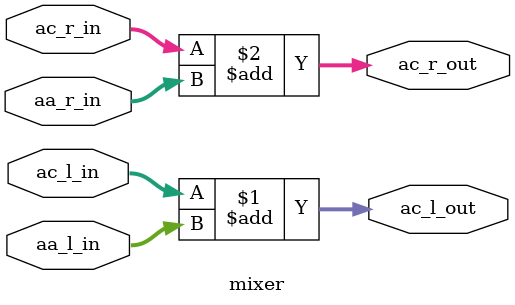
<source format=v>
module mixer
(
    input[15:0]  aa_l_in,
	input[15:0]	 aa_r_in,
    input[15:0]  ac_l_in,
	input[15:0]	 ac_r_in,
	output[15:0] ac_l_out,
	output[15:0] ac_r_out
);
assign ac_l_out = ac_l_in + aa_l_in;
assign ac_r_out = ac_r_in + aa_r_in;
endmodule
</source>
